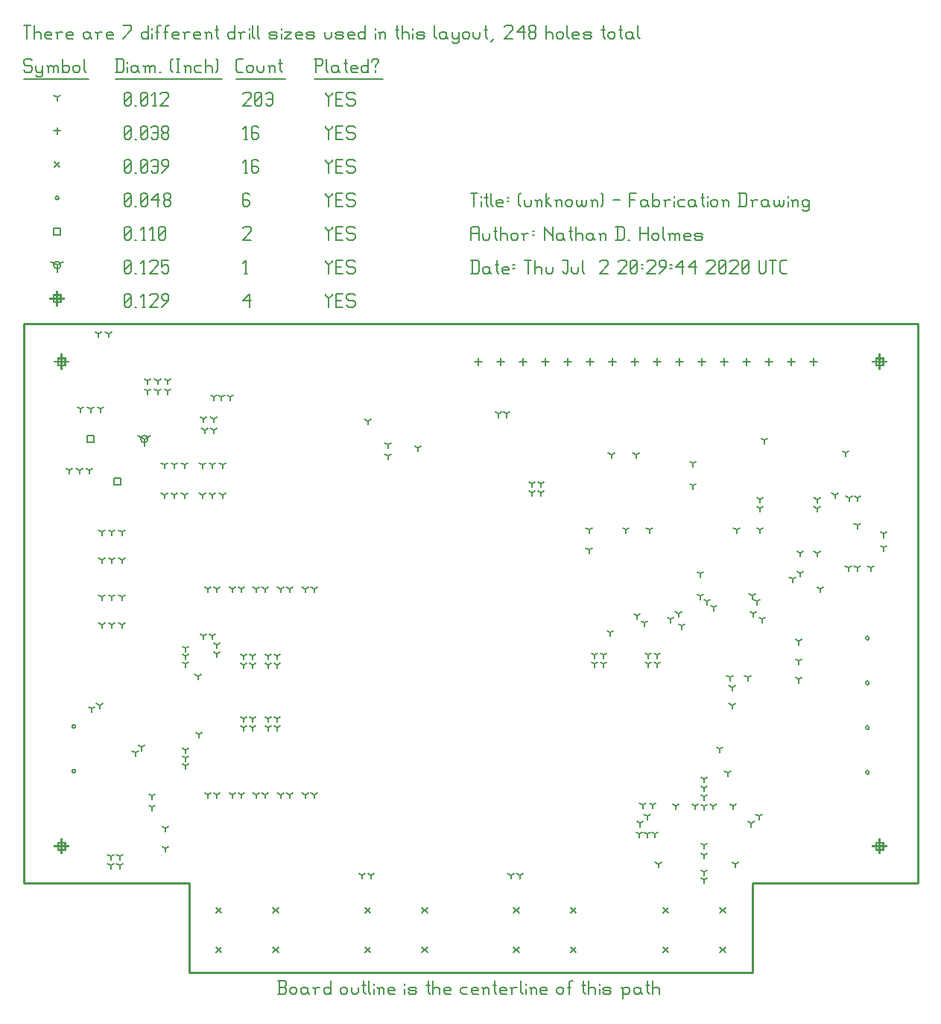
<source format=gbr>
G04 start of page 12 for group -3984 idx -3984 *
G04 Title: (unknown), fab *
G04 Creator: pcb 4.0.2 *
G04 CreationDate: Thu Jul  2 20:29:44 2020 UTC *
G04 For: ndholmes *
G04 Format: Gerber/RS-274X *
G04 PCB-Dimensions (mil): 4000.00 2900.00 *
G04 PCB-Coordinate-Origin: lower left *
%MOIN*%
%FSLAX25Y25*%
%LNFAB*%
%ADD78C,0.0100*%
%ADD77C,0.0060*%
%ADD76R,0.0080X0.0080*%
G54D76*X383000Y276200D02*Y269800D01*
X379800Y273000D02*X386200D01*
X381400Y274600D02*X384600D01*
X381400D02*Y271400D01*
X384600D01*
Y274600D02*Y271400D01*
X17000Y59700D02*Y53300D01*
X13800Y56500D02*X20200D01*
X15400Y58100D02*X18600D01*
X15400D02*Y54900D01*
X18600D01*
Y58100D02*Y54900D01*
X383000Y59700D02*Y53300D01*
X379800Y56500D02*X386200D01*
X381400Y58100D02*X384600D01*
X381400D02*Y54900D01*
X384600D01*
Y58100D02*Y54900D01*
X17000Y276200D02*Y269800D01*
X13800Y273000D02*X20200D01*
X15400Y274600D02*X18600D01*
X15400D02*Y271400D01*
X18600D01*
Y274600D02*Y271400D01*
X15000Y304450D02*Y298050D01*
X11800Y301250D02*X18200D01*
X13400Y302850D02*X16600D01*
X13400D02*Y299650D01*
X16600D01*
Y302850D02*Y299650D01*
G54D77*X135000Y303500D02*Y302750D01*
X136500Y301250D01*
X138000Y302750D01*
Y303500D02*Y302750D01*
X136500Y301250D02*Y297500D01*
X139800Y300500D02*X142050D01*
X139800Y297500D02*X142800D01*
X139800Y303500D02*Y297500D01*
Y303500D02*X142800D01*
X147600D02*X148350Y302750D01*
X145350Y303500D02*X147600D01*
X144600Y302750D02*X145350Y303500D01*
X144600Y302750D02*Y301250D01*
X145350Y300500D01*
X147600D01*
X148350Y299750D01*
Y298250D01*
X147600Y297500D02*X148350Y298250D01*
X145350Y297500D02*X147600D01*
X144600Y298250D02*X145350Y297500D01*
X98000Y300500D02*X101000Y303500D01*
X98000Y300500D02*X101750D01*
X101000Y303500D02*Y297500D01*
X45000Y298250D02*X45750Y297500D01*
X45000Y302750D02*Y298250D01*
Y302750D02*X45750Y303500D01*
X47250D01*
X48000Y302750D01*
Y298250D01*
X47250Y297500D02*X48000Y298250D01*
X45750Y297500D02*X47250D01*
X45000Y299000D02*X48000Y302000D01*
X49800Y297500D02*X50550D01*
X53100D02*X54600D01*
X53850Y303500D02*Y297500D01*
X52350Y302000D02*X53850Y303500D01*
X56400Y302750D02*X57150Y303500D01*
X59400D01*
X60150Y302750D01*
Y301250D01*
X56400Y297500D02*X60150Y301250D01*
X56400Y297500D02*X60150D01*
X61950D02*X64950Y300500D01*
Y302750D02*Y300500D01*
X64200Y303500D02*X64950Y302750D01*
X62700Y303500D02*X64200D01*
X61950Y302750D02*X62700Y303500D01*
X61950Y302750D02*Y301250D01*
X62700Y300500D01*
X64950D01*
X54000Y238500D02*Y235300D01*
Y238500D02*X56773Y240100D01*
X54000Y238500D02*X51227Y240100D01*
X52400Y238500D02*G75*G03X55600Y238500I1600J0D01*G01*
G75*G03X52400Y238500I-1600J0D01*G01*
X15000Y316250D02*Y313050D01*
Y316250D02*X17773Y317850D01*
X15000Y316250D02*X12227Y317850D01*
X13400Y316250D02*G75*G03X16600Y316250I1600J0D01*G01*
G75*G03X13400Y316250I-1600J0D01*G01*
X135000Y318500D02*Y317750D01*
X136500Y316250D01*
X138000Y317750D01*
Y318500D02*Y317750D01*
X136500Y316250D02*Y312500D01*
X139800Y315500D02*X142050D01*
X139800Y312500D02*X142800D01*
X139800Y318500D02*Y312500D01*
Y318500D02*X142800D01*
X147600D02*X148350Y317750D01*
X145350Y318500D02*X147600D01*
X144600Y317750D02*X145350Y318500D01*
X144600Y317750D02*Y316250D01*
X145350Y315500D01*
X147600D01*
X148350Y314750D01*
Y313250D01*
X147600Y312500D02*X148350Y313250D01*
X145350Y312500D02*X147600D01*
X144600Y313250D02*X145350Y312500D01*
X98750D02*X100250D01*
X99500Y318500D02*Y312500D01*
X98000Y317000D02*X99500Y318500D01*
X45000Y313250D02*X45750Y312500D01*
X45000Y317750D02*Y313250D01*
Y317750D02*X45750Y318500D01*
X47250D01*
X48000Y317750D01*
Y313250D01*
X47250Y312500D02*X48000Y313250D01*
X45750Y312500D02*X47250D01*
X45000Y314000D02*X48000Y317000D01*
X49800Y312500D02*X50550D01*
X53100D02*X54600D01*
X53850Y318500D02*Y312500D01*
X52350Y317000D02*X53850Y318500D01*
X56400Y317750D02*X57150Y318500D01*
X59400D01*
X60150Y317750D01*
Y316250D01*
X56400Y312500D02*X60150Y316250D01*
X56400Y312500D02*X60150D01*
X61950Y318500D02*X64950D01*
X61950D02*Y315500D01*
X62700Y316250D01*
X64200D01*
X64950Y315500D01*
Y313250D01*
X64200Y312500D02*X64950Y313250D01*
X62700Y312500D02*X64200D01*
X61950Y313250D02*X62700Y312500D01*
X28400Y240100D02*X31600D01*
X28400D02*Y236900D01*
X31600D01*
Y240100D02*Y236900D01*
X40400Y221100D02*X43600D01*
X40400D02*Y217900D01*
X43600D01*
Y221100D02*Y217900D01*
X13400Y332850D02*X16600D01*
X13400D02*Y329650D01*
X16600D01*
Y332850D02*Y329650D01*
X135000Y333500D02*Y332750D01*
X136500Y331250D01*
X138000Y332750D01*
Y333500D02*Y332750D01*
X136500Y331250D02*Y327500D01*
X139800Y330500D02*X142050D01*
X139800Y327500D02*X142800D01*
X139800Y333500D02*Y327500D01*
Y333500D02*X142800D01*
X147600D02*X148350Y332750D01*
X145350Y333500D02*X147600D01*
X144600Y332750D02*X145350Y333500D01*
X144600Y332750D02*Y331250D01*
X145350Y330500D01*
X147600D01*
X148350Y329750D01*
Y328250D01*
X147600Y327500D02*X148350Y328250D01*
X145350Y327500D02*X147600D01*
X144600Y328250D02*X145350Y327500D01*
X98000Y332750D02*X98750Y333500D01*
X101000D01*
X101750Y332750D01*
Y331250D01*
X98000Y327500D02*X101750Y331250D01*
X98000Y327500D02*X101750D01*
X45000Y328250D02*X45750Y327500D01*
X45000Y332750D02*Y328250D01*
Y332750D02*X45750Y333500D01*
X47250D01*
X48000Y332750D01*
Y328250D01*
X47250Y327500D02*X48000Y328250D01*
X45750Y327500D02*X47250D01*
X45000Y329000D02*X48000Y332000D01*
X49800Y327500D02*X50550D01*
X53100D02*X54600D01*
X53850Y333500D02*Y327500D01*
X52350Y332000D02*X53850Y333500D01*
X57150Y327500D02*X58650D01*
X57900Y333500D02*Y327500D01*
X56400Y332000D02*X57900Y333500D01*
X60450Y328250D02*X61200Y327500D01*
X60450Y332750D02*Y328250D01*
Y332750D02*X61200Y333500D01*
X62700D01*
X63450Y332750D01*
Y328250D01*
X62700Y327500D02*X63450Y328250D01*
X61200Y327500D02*X62700D01*
X60450Y329000D02*X63450Y332000D01*
X21700Y110000D02*G75*G03X23300Y110000I800J0D01*G01*
G75*G03X21700Y110000I-800J0D01*G01*
Y90000D02*G75*G03X23300Y90000I800J0D01*G01*
G75*G03X21700Y90000I-800J0D01*G01*
X376700Y129500D02*G75*G03X378300Y129500I800J0D01*G01*
G75*G03X376700Y129500I-800J0D01*G01*
Y149500D02*G75*G03X378300Y149500I800J0D01*G01*
G75*G03X376700Y149500I-800J0D01*G01*
Y89500D02*G75*G03X378300Y89500I800J0D01*G01*
G75*G03X376700Y89500I-800J0D01*G01*
Y109500D02*G75*G03X378300Y109500I800J0D01*G01*
G75*G03X376700Y109500I-800J0D01*G01*
X14200Y346250D02*G75*G03X15800Y346250I800J0D01*G01*
G75*G03X14200Y346250I-800J0D01*G01*
X135000Y348500D02*Y347750D01*
X136500Y346250D01*
X138000Y347750D01*
Y348500D02*Y347750D01*
X136500Y346250D02*Y342500D01*
X139800Y345500D02*X142050D01*
X139800Y342500D02*X142800D01*
X139800Y348500D02*Y342500D01*
Y348500D02*X142800D01*
X147600D02*X148350Y347750D01*
X145350Y348500D02*X147600D01*
X144600Y347750D02*X145350Y348500D01*
X144600Y347750D02*Y346250D01*
X145350Y345500D01*
X147600D01*
X148350Y344750D01*
Y343250D01*
X147600Y342500D02*X148350Y343250D01*
X145350Y342500D02*X147600D01*
X144600Y343250D02*X145350Y342500D01*
X100250Y348500D02*X101000Y347750D01*
X98750Y348500D02*X100250D01*
X98000Y347750D02*X98750Y348500D01*
X98000Y347750D02*Y343250D01*
X98750Y342500D01*
X100250Y345500D02*X101000Y344750D01*
X98000Y345500D02*X100250D01*
X98750Y342500D02*X100250D01*
X101000Y343250D01*
Y344750D02*Y343250D01*
X45000D02*X45750Y342500D01*
X45000Y347750D02*Y343250D01*
Y347750D02*X45750Y348500D01*
X47250D01*
X48000Y347750D01*
Y343250D01*
X47250Y342500D02*X48000Y343250D01*
X45750Y342500D02*X47250D01*
X45000Y344000D02*X48000Y347000D01*
X49800Y342500D02*X50550D01*
X52350Y343250D02*X53100Y342500D01*
X52350Y347750D02*Y343250D01*
Y347750D02*X53100Y348500D01*
X54600D01*
X55350Y347750D01*
Y343250D01*
X54600Y342500D02*X55350Y343250D01*
X53100Y342500D02*X54600D01*
X52350Y344000D02*X55350Y347000D01*
X57150Y345500D02*X60150Y348500D01*
X57150Y345500D02*X60900D01*
X60150Y348500D02*Y342500D01*
X62700Y343250D02*X63450Y342500D01*
X62700Y344750D02*Y343250D01*
Y344750D02*X63450Y345500D01*
X64950D01*
X65700Y344750D01*
Y343250D01*
X64950Y342500D02*X65700Y343250D01*
X63450Y342500D02*X64950D01*
X62700Y346250D02*X63450Y345500D01*
X62700Y347750D02*Y346250D01*
Y347750D02*X63450Y348500D01*
X64950D01*
X65700Y347750D01*
Y346250D01*
X64950Y345500D02*X65700Y346250D01*
X111595Y11342D02*X113995Y8942D01*
X111595D02*X113995Y11342D01*
X86005D02*X88405Y8942D01*
X86005D02*X88405Y11342D01*
X111595Y29058D02*X113995Y26658D01*
X111595D02*X113995Y29058D01*
X86005D02*X88405Y26658D01*
X86005D02*X88405Y29058D01*
X178295Y11342D02*X180695Y8942D01*
X178295D02*X180695Y11342D01*
X152705D02*X155105Y8942D01*
X152705D02*X155105Y11342D01*
X178295Y29058D02*X180695Y26658D01*
X178295D02*X180695Y29058D01*
X152705D02*X155105Y26658D01*
X152705D02*X155105Y29058D01*
X244895Y11342D02*X247295Y8942D01*
X244895D02*X247295Y11342D01*
X219305D02*X221705Y8942D01*
X219305D02*X221705Y11342D01*
X244895Y29058D02*X247295Y26658D01*
X244895D02*X247295Y29058D01*
X219305D02*X221705Y26658D01*
X219305D02*X221705Y29058D01*
X311595Y11342D02*X313995Y8942D01*
X311595D02*X313995Y11342D01*
X286005D02*X288405Y8942D01*
X286005D02*X288405Y11342D01*
X311595Y29058D02*X313995Y26658D01*
X311595D02*X313995Y29058D01*
X286005D02*X288405Y26658D01*
X286005D02*X288405Y29058D01*
X13800Y362450D02*X16200Y360050D01*
X13800D02*X16200Y362450D01*
X135000Y363500D02*Y362750D01*
X136500Y361250D01*
X138000Y362750D01*
Y363500D02*Y362750D01*
X136500Y361250D02*Y357500D01*
X139800Y360500D02*X142050D01*
X139800Y357500D02*X142800D01*
X139800Y363500D02*Y357500D01*
Y363500D02*X142800D01*
X147600D02*X148350Y362750D01*
X145350Y363500D02*X147600D01*
X144600Y362750D02*X145350Y363500D01*
X144600Y362750D02*Y361250D01*
X145350Y360500D01*
X147600D01*
X148350Y359750D01*
Y358250D01*
X147600Y357500D02*X148350Y358250D01*
X145350Y357500D02*X147600D01*
X144600Y358250D02*X145350Y357500D01*
X98750D02*X100250D01*
X99500Y363500D02*Y357500D01*
X98000Y362000D02*X99500Y363500D01*
X104300D02*X105050Y362750D01*
X102800Y363500D02*X104300D01*
X102050Y362750D02*X102800Y363500D01*
X102050Y362750D02*Y358250D01*
X102800Y357500D01*
X104300Y360500D02*X105050Y359750D01*
X102050Y360500D02*X104300D01*
X102800Y357500D02*X104300D01*
X105050Y358250D01*
Y359750D02*Y358250D01*
X45000D02*X45750Y357500D01*
X45000Y362750D02*Y358250D01*
Y362750D02*X45750Y363500D01*
X47250D01*
X48000Y362750D01*
Y358250D01*
X47250Y357500D02*X48000Y358250D01*
X45750Y357500D02*X47250D01*
X45000Y359000D02*X48000Y362000D01*
X49800Y357500D02*X50550D01*
X52350Y358250D02*X53100Y357500D01*
X52350Y362750D02*Y358250D01*
Y362750D02*X53100Y363500D01*
X54600D01*
X55350Y362750D01*
Y358250D01*
X54600Y357500D02*X55350Y358250D01*
X53100Y357500D02*X54600D01*
X52350Y359000D02*X55350Y362000D01*
X57150Y362750D02*X57900Y363500D01*
X59400D01*
X60150Y362750D01*
Y358250D01*
X59400Y357500D02*X60150Y358250D01*
X57900Y357500D02*X59400D01*
X57150Y358250D02*X57900Y357500D01*
Y360500D02*X60150D01*
X61950Y357500D02*X64950Y360500D01*
Y362750D02*Y360500D01*
X64200Y363500D02*X64950Y362750D01*
X62700Y363500D02*X64200D01*
X61950Y362750D02*X62700Y363500D01*
X61950Y362750D02*Y361250D01*
X62700Y360500D01*
X64950D01*
X353500Y274600D02*Y271400D01*
X351900Y273000D02*X355100D01*
X343500Y274600D02*Y271400D01*
X341900Y273000D02*X345100D01*
X333500Y274600D02*Y271400D01*
X331900Y273000D02*X335100D01*
X323500Y274600D02*Y271400D01*
X321900Y273000D02*X325100D01*
X313500Y274600D02*Y271400D01*
X311900Y273000D02*X315100D01*
X303500Y274600D02*Y271400D01*
X301900Y273000D02*X305100D01*
X293500Y274600D02*Y271400D01*
X291900Y273000D02*X295100D01*
X283500Y274600D02*Y271400D01*
X281900Y273000D02*X285100D01*
X273500Y274600D02*Y271400D01*
X271900Y273000D02*X275100D01*
X263500Y274600D02*Y271400D01*
X261900Y273000D02*X265100D01*
X253500Y274600D02*Y271400D01*
X251900Y273000D02*X255100D01*
X243500Y274600D02*Y271400D01*
X241900Y273000D02*X245100D01*
X233500Y274600D02*Y271400D01*
X231900Y273000D02*X235100D01*
X223500Y274600D02*Y271400D01*
X221900Y273000D02*X225100D01*
X213500Y274600D02*Y271400D01*
X211900Y273000D02*X215100D01*
X203500Y274600D02*Y271400D01*
X201900Y273000D02*X205100D01*
X15000Y377850D02*Y374650D01*
X13400Y376250D02*X16600D01*
X135000Y378500D02*Y377750D01*
X136500Y376250D01*
X138000Y377750D01*
Y378500D02*Y377750D01*
X136500Y376250D02*Y372500D01*
X139800Y375500D02*X142050D01*
X139800Y372500D02*X142800D01*
X139800Y378500D02*Y372500D01*
Y378500D02*X142800D01*
X147600D02*X148350Y377750D01*
X145350Y378500D02*X147600D01*
X144600Y377750D02*X145350Y378500D01*
X144600Y377750D02*Y376250D01*
X145350Y375500D01*
X147600D01*
X148350Y374750D01*
Y373250D01*
X147600Y372500D02*X148350Y373250D01*
X145350Y372500D02*X147600D01*
X144600Y373250D02*X145350Y372500D01*
X98750D02*X100250D01*
X99500Y378500D02*Y372500D01*
X98000Y377000D02*X99500Y378500D01*
X104300D02*X105050Y377750D01*
X102800Y378500D02*X104300D01*
X102050Y377750D02*X102800Y378500D01*
X102050Y377750D02*Y373250D01*
X102800Y372500D01*
X104300Y375500D02*X105050Y374750D01*
X102050Y375500D02*X104300D01*
X102800Y372500D02*X104300D01*
X105050Y373250D01*
Y374750D02*Y373250D01*
X45000D02*X45750Y372500D01*
X45000Y377750D02*Y373250D01*
Y377750D02*X45750Y378500D01*
X47250D01*
X48000Y377750D01*
Y373250D01*
X47250Y372500D02*X48000Y373250D01*
X45750Y372500D02*X47250D01*
X45000Y374000D02*X48000Y377000D01*
X49800Y372500D02*X50550D01*
X52350Y373250D02*X53100Y372500D01*
X52350Y377750D02*Y373250D01*
Y377750D02*X53100Y378500D01*
X54600D01*
X55350Y377750D01*
Y373250D01*
X54600Y372500D02*X55350Y373250D01*
X53100Y372500D02*X54600D01*
X52350Y374000D02*X55350Y377000D01*
X57150Y377750D02*X57900Y378500D01*
X59400D01*
X60150Y377750D01*
Y373250D01*
X59400Y372500D02*X60150Y373250D01*
X57900Y372500D02*X59400D01*
X57150Y373250D02*X57900Y372500D01*
Y375500D02*X60150D01*
X61950Y373250D02*X62700Y372500D01*
X61950Y374750D02*Y373250D01*
Y374750D02*X62700Y375500D01*
X64200D01*
X64950Y374750D01*
Y373250D01*
X64200Y372500D02*X64950Y373250D01*
X62700Y372500D02*X64200D01*
X61950Y376250D02*X62700Y375500D01*
X61950Y377750D02*Y376250D01*
Y377750D02*X62700Y378500D01*
X64200D01*
X64950Y377750D01*
Y376250D01*
X64200Y375500D02*X64950Y376250D01*
X212600Y249800D02*Y248200D01*
Y249800D02*X213987Y250600D01*
X212600Y249800D02*X211213Y250600D01*
X216200Y249800D02*Y248200D01*
Y249800D02*X217587Y250600D01*
X216200Y249800D02*X214813Y250600D01*
X85100Y257400D02*Y255800D01*
Y257400D02*X86487Y258200D01*
X85100Y257400D02*X83713Y258200D01*
X92400Y257400D02*Y255800D01*
Y257400D02*X93787Y258200D01*
X92400Y257400D02*X91013Y258200D01*
X88600Y257400D02*Y255800D01*
Y257400D02*X89987Y258200D01*
X88600Y257400D02*X87213Y258200D01*
X84500Y213500D02*Y211900D01*
Y213500D02*X85887Y214300D01*
X84500Y213500D02*X83113Y214300D01*
X80000Y213500D02*Y211900D01*
Y213500D02*X81387Y214300D01*
X80000Y213500D02*X78613Y214300D01*
X84500Y227000D02*Y225400D01*
Y227000D02*X85887Y227800D01*
X84500Y227000D02*X83113Y227800D01*
X89000Y227000D02*Y225400D01*
Y227000D02*X90387Y227800D01*
X89000Y227000D02*X87613Y227800D01*
X80000Y227000D02*Y225400D01*
Y227000D02*X81387Y227800D01*
X80000Y227000D02*X78613Y227800D01*
X85000Y247500D02*Y245900D01*
Y247500D02*X86387Y248300D01*
X85000Y247500D02*X83613Y248300D01*
X80500Y247500D02*Y245900D01*
Y247500D02*X81887Y248300D01*
X80500Y247500D02*X79113Y248300D01*
X81000Y242500D02*Y240900D01*
Y242500D02*X82387Y243300D01*
X81000Y242500D02*X79613Y243300D01*
X85000Y242500D02*Y240900D01*
Y242500D02*X86387Y243300D01*
X85000Y242500D02*X83613Y243300D01*
X163000Y236000D02*Y234400D01*
Y236000D02*X164387Y236800D01*
X163000Y236000D02*X161613Y236800D01*
X163000Y231000D02*Y229400D01*
Y231000D02*X164387Y231800D01*
X163000Y231000D02*X161613Y231800D01*
X367700Y232300D02*Y230700D01*
Y232300D02*X369087Y233100D01*
X367700Y232300D02*X366313Y233100D01*
X102500Y137500D02*Y135900D01*
Y137500D02*X103887Y138300D01*
X102500Y137500D02*X101113Y138300D01*
X109500Y137500D02*Y135900D01*
Y137500D02*X110887Y138300D01*
X109500Y137500D02*X108113Y138300D01*
X98500Y137500D02*Y135900D01*
Y137500D02*X99887Y138300D01*
X98500Y137500D02*X97113Y138300D01*
X113500Y137500D02*Y135900D01*
Y137500D02*X114887Y138300D01*
X113500Y137500D02*X112113Y138300D01*
X102500Y113500D02*Y111900D01*
Y113500D02*X103887Y114300D01*
X102500Y113500D02*X101113Y114300D01*
X109500Y113500D02*Y111900D01*
Y113500D02*X110887Y114300D01*
X109500Y113500D02*X108113Y114300D01*
X98500Y113500D02*Y111900D01*
Y113500D02*X99887Y114300D01*
X98500Y113500D02*X97113Y114300D01*
X113500Y113500D02*Y111900D01*
Y113500D02*X114887Y114300D01*
X113500Y113500D02*X112113Y114300D01*
X102500Y109500D02*Y107900D01*
Y109500D02*X103887Y110300D01*
X102500Y109500D02*X101113Y110300D01*
X109500Y109500D02*Y107900D01*
Y109500D02*X110887Y110300D01*
X109500Y109500D02*X108113Y110300D01*
X98500Y109500D02*Y107900D01*
Y109500D02*X99887Y110300D01*
X98500Y109500D02*X97113Y110300D01*
X113500Y109500D02*Y107900D01*
Y109500D02*X114887Y110300D01*
X113500Y109500D02*X112113Y110300D01*
X102500Y141500D02*Y139900D01*
Y141500D02*X103887Y142300D01*
X102500Y141500D02*X101113Y142300D01*
X109500Y141500D02*Y139900D01*
Y141500D02*X110887Y142300D01*
X109500Y141500D02*X108113Y142300D01*
X98500Y141500D02*Y139900D01*
Y141500D02*X99887Y142300D01*
X98500Y141500D02*X97113Y142300D01*
X113500Y141500D02*Y139900D01*
Y141500D02*X114887Y142300D01*
X113500Y141500D02*X112113Y142300D01*
X86500Y79500D02*Y77900D01*
Y79500D02*X87887Y80300D01*
X86500Y79500D02*X85113Y80300D01*
X93500Y79500D02*Y77900D01*
Y79500D02*X94887Y80300D01*
X93500Y79500D02*X92113Y80300D01*
X82500Y79500D02*Y77900D01*
Y79500D02*X83887Y80300D01*
X82500Y79500D02*X81113Y80300D01*
X97500Y79500D02*Y77900D01*
Y79500D02*X98887Y80300D01*
X97500Y79500D02*X96113Y80300D01*
X108000Y79500D02*Y77900D01*
Y79500D02*X109387Y80300D01*
X108000Y79500D02*X106613Y80300D01*
X115000Y79500D02*Y77900D01*
Y79500D02*X116387Y80300D01*
X115000Y79500D02*X113613Y80300D01*
X104000Y79500D02*Y77900D01*
Y79500D02*X105387Y80300D01*
X104000Y79500D02*X102613Y80300D01*
X119000Y79500D02*Y77900D01*
Y79500D02*X120387Y80300D01*
X119000Y79500D02*X117613Y80300D01*
X126000Y79500D02*Y77900D01*
Y79500D02*X127387Y80300D01*
X126000Y79500D02*X124613Y80300D01*
X130000Y79500D02*Y77900D01*
Y79500D02*X131387Y80300D01*
X130000Y79500D02*X128613Y80300D01*
X60000Y264500D02*Y262900D01*
Y264500D02*X61387Y265300D01*
X60000Y264500D02*X58613Y265300D01*
X64500Y264500D02*Y262900D01*
Y264500D02*X65887Y265300D01*
X64500Y264500D02*X63113Y265300D01*
X55500Y264500D02*Y262900D01*
Y264500D02*X56887Y265300D01*
X55500Y264500D02*X54113Y265300D01*
X67500Y227000D02*Y225400D01*
Y227000D02*X68887Y227800D01*
X67500Y227000D02*X66113Y227800D01*
X72000Y227000D02*Y225400D01*
Y227000D02*X73387Y227800D01*
X72000Y227000D02*X70613Y227800D01*
X63000Y227000D02*Y225400D01*
Y227000D02*X64387Y227800D01*
X63000Y227000D02*X61613Y227800D01*
X67500Y213500D02*Y211900D01*
Y213500D02*X68887Y214300D01*
X67500Y213500D02*X66113Y214300D01*
X72000Y213500D02*Y211900D01*
Y213500D02*X73387Y214300D01*
X72000Y213500D02*X70613Y214300D01*
X63000Y213500D02*Y211900D01*
Y213500D02*X64387Y214300D01*
X63000Y213500D02*X61613Y214300D01*
X39500Y184500D02*Y182900D01*
Y184500D02*X40887Y185300D01*
X39500Y184500D02*X38113Y185300D01*
X44000Y184500D02*Y182900D01*
Y184500D02*X45387Y185300D01*
X44000Y184500D02*X42613Y185300D01*
X35000Y184500D02*Y182900D01*
Y184500D02*X36387Y185300D01*
X35000Y184500D02*X33613Y185300D01*
X39500Y155500D02*Y153900D01*
Y155500D02*X40887Y156300D01*
X39500Y155500D02*X38113Y156300D01*
X44000Y155500D02*Y153900D01*
Y155500D02*X45387Y156300D01*
X44000Y155500D02*X42613Y156300D01*
X35000Y155500D02*Y153900D01*
Y155500D02*X36387Y156300D01*
X35000Y155500D02*X33613Y156300D01*
X39500Y168000D02*Y166400D01*
Y168000D02*X40887Y168800D01*
X39500Y168000D02*X38113Y168800D01*
X44000Y168000D02*Y166400D01*
Y168000D02*X45387Y168800D01*
X44000Y168000D02*X42613Y168800D01*
X35000Y168000D02*Y166400D01*
Y168000D02*X36387Y168800D01*
X35000Y168000D02*X33613Y168800D01*
X39500Y197000D02*Y195400D01*
Y197000D02*X40887Y197800D01*
X39500Y197000D02*X38113Y197800D01*
X44000Y197000D02*Y195400D01*
Y197000D02*X45387Y197800D01*
X44000Y197000D02*X42613Y197800D01*
X35000Y197000D02*Y195400D01*
Y197000D02*X36387Y197800D01*
X35000Y197000D02*X33613Y197800D01*
X60000Y260000D02*Y258400D01*
Y260000D02*X61387Y260800D01*
X60000Y260000D02*X58613Y260800D01*
X64500Y260000D02*Y258400D01*
Y260000D02*X65887Y260800D01*
X64500Y260000D02*X63113Y260800D01*
X55500Y260000D02*Y258400D01*
Y260000D02*X56887Y260800D01*
X55500Y260000D02*X54113Y260800D01*
X86500Y171500D02*Y169900D01*
Y171500D02*X87887Y172300D01*
X86500Y171500D02*X85113Y172300D01*
X93500Y171500D02*Y169900D01*
Y171500D02*X94887Y172300D01*
X93500Y171500D02*X92113Y172300D01*
X82500Y171500D02*Y169900D01*
Y171500D02*X83887Y172300D01*
X82500Y171500D02*X81113Y172300D01*
X97500Y171500D02*Y169900D01*
Y171500D02*X98887Y172300D01*
X97500Y171500D02*X96113Y172300D01*
X108000Y171500D02*Y169900D01*
Y171500D02*X109387Y172300D01*
X108000Y171500D02*X106613Y172300D01*
X115000Y171500D02*Y169900D01*
Y171500D02*X116387Y172300D01*
X115000Y171500D02*X113613Y172300D01*
X104000Y171500D02*Y169900D01*
Y171500D02*X105387Y172300D01*
X104000Y171500D02*X102613Y172300D01*
X119000Y171500D02*Y169900D01*
Y171500D02*X120387Y172300D01*
X119000Y171500D02*X117613Y172300D01*
X126000Y171500D02*Y169900D01*
Y171500D02*X127387Y172300D01*
X126000Y171500D02*X124613Y172300D01*
X130000Y171500D02*Y169900D01*
Y171500D02*X131387Y172300D01*
X130000Y171500D02*X128613Y172300D01*
X57500Y74000D02*Y72400D01*
Y74000D02*X58887Y74800D01*
X57500Y74000D02*X56113Y74800D01*
X89000Y213500D02*Y211900D01*
Y213500D02*X90387Y214300D01*
X89000Y213500D02*X87613Y214300D01*
X57500Y79000D02*Y77400D01*
Y79000D02*X58887Y79800D01*
X57500Y79000D02*X56113Y79800D01*
X30000Y252000D02*Y250400D01*
Y252000D02*X31387Y252800D01*
X30000Y252000D02*X28613Y252800D01*
X34500Y252000D02*Y250400D01*
Y252000D02*X35887Y252800D01*
X34500Y252000D02*X33113Y252800D01*
X25500Y252000D02*Y250400D01*
Y252000D02*X26887Y252800D01*
X25500Y252000D02*X24113Y252800D01*
X25000Y224500D02*Y222900D01*
Y224500D02*X26387Y225300D01*
X25000Y224500D02*X23613Y225300D01*
X29500Y224500D02*Y222900D01*
Y224500D02*X30887Y225300D01*
X29500Y224500D02*X28113Y225300D01*
X20500Y224500D02*Y222900D01*
Y224500D02*X21887Y225300D01*
X20500Y224500D02*X19113Y225300D01*
X38000Y285500D02*Y283900D01*
Y285500D02*X39387Y286300D01*
X38000Y285500D02*X36613Y286300D01*
X33500Y285500D02*Y283900D01*
Y285500D02*X34887Y286300D01*
X33500Y285500D02*X32113Y286300D01*
X72500Y138000D02*Y136400D01*
Y138000D02*X73887Y138800D01*
X72500Y138000D02*X71113Y138800D01*
X72500Y141500D02*Y139900D01*
Y141500D02*X73887Y142300D01*
X72500Y141500D02*X71113Y142300D01*
X72500Y145000D02*Y143400D01*
Y145000D02*X73887Y145800D01*
X72500Y145000D02*X71113Y145800D01*
X72500Y99500D02*Y97900D01*
Y99500D02*X73887Y100300D01*
X72500Y99500D02*X71113Y100300D01*
X72500Y96000D02*Y94400D01*
Y96000D02*X73887Y96800D01*
X72500Y96000D02*X71113Y96800D01*
X72500Y92500D02*Y90900D01*
Y92500D02*X73887Y93300D01*
X72500Y92500D02*X71113Y93300D01*
X84500Y150500D02*Y148900D01*
Y150500D02*X85887Y151300D01*
X84500Y150500D02*X83113Y151300D01*
X80500Y150500D02*Y148900D01*
Y150500D02*X81887Y151300D01*
X80500Y150500D02*X79113Y151300D01*
X86500Y142500D02*Y140900D01*
Y142500D02*X87887Y143300D01*
X86500Y142500D02*X85113Y143300D01*
X86500Y146500D02*Y144900D01*
Y146500D02*X87887Y147300D01*
X86500Y146500D02*X85113Y147300D01*
X346800Y139300D02*Y137700D01*
Y139300D02*X348187Y140100D01*
X346800Y139300D02*X345413Y140100D01*
X346800Y131100D02*Y129500D01*
Y131100D02*X348187Y131900D01*
X346800Y131100D02*X345413Y131900D01*
X346800Y148100D02*Y146500D01*
Y148100D02*X348187Y148900D01*
X346800Y148100D02*X345413Y148900D01*
X302700Y168300D02*Y166700D01*
Y168300D02*X304087Y169100D01*
X302700Y168300D02*X301313Y169100D01*
X329400Y198000D02*Y196400D01*
Y198000D02*X330787Y198800D01*
X329400Y198000D02*X328013Y198800D01*
X299500Y227700D02*Y226100D01*
Y227700D02*X300887Y228500D01*
X299500Y227700D02*X298113Y228500D01*
X280000Y198000D02*Y196400D01*
Y198000D02*X281387Y198800D01*
X280000Y198000D02*X278613Y198800D01*
X269500Y198000D02*Y196400D01*
Y198000D02*X270887Y198800D01*
X269500Y198000D02*X268113Y198800D01*
X302700Y178400D02*Y176800D01*
Y178400D02*X304087Y179200D01*
X302700Y178400D02*X301313Y179200D01*
X299500Y217600D02*Y216000D01*
Y217600D02*X300887Y218400D01*
X299500Y217600D02*X298113Y218400D01*
X319000Y198000D02*Y196400D01*
Y198000D02*X320387Y198800D01*
X319000Y198000D02*X317613Y198800D01*
X253000Y198000D02*Y196400D01*
Y198000D02*X254387Y198800D01*
X253000Y198000D02*X251613Y198800D01*
X253000Y189000D02*Y187400D01*
Y189000D02*X254387Y189800D01*
X253000Y189000D02*X251613Y189800D01*
X263000Y231500D02*Y229900D01*
Y231500D02*X264387Y232300D01*
X263000Y231500D02*X261613Y232300D01*
X274000Y231500D02*Y229900D01*
Y231500D02*X275387Y232300D01*
X274000Y231500D02*X272613Y232300D01*
X154000Y246500D02*Y244900D01*
Y246500D02*X155387Y247300D01*
X154000Y246500D02*X152613Y247300D01*
X176500Y234500D02*Y232900D01*
Y234500D02*X177887Y235300D01*
X176500Y234500D02*X175113Y235300D01*
X317000Y119500D02*Y117900D01*
Y119500D02*X318387Y120300D01*
X317000Y119500D02*X315613Y120300D01*
X317000Y127500D02*Y125900D01*
Y127500D02*X318387Y128300D01*
X317000Y127500D02*X315613Y128300D01*
X316000Y132000D02*Y130400D01*
Y132000D02*X317387Y132800D01*
X316000Y132000D02*X314613Y132800D01*
X324000Y132000D02*Y130400D01*
Y132000D02*X325387Y132800D01*
X324000Y132000D02*X322613Y132800D01*
X305800Y166000D02*Y164400D01*
Y166000D02*X307187Y166800D01*
X305800Y166000D02*X304413Y166800D01*
X308900Y163300D02*Y161700D01*
Y163300D02*X310287Y164100D01*
X308900Y163300D02*X307513Y164100D01*
X304500Y82500D02*Y80900D01*
Y82500D02*X305887Y83300D01*
X304500Y82500D02*X303113Y83300D01*
X304500Y78700D02*Y77100D01*
Y78700D02*X305887Y79500D01*
X304500Y78700D02*X303113Y79500D01*
X304500Y86500D02*Y84900D01*
Y86500D02*X305887Y87300D01*
X304500Y86500D02*X303113Y87300D01*
X308600Y74500D02*Y72900D01*
Y74500D02*X309987Y75300D01*
X308600Y74500D02*X307213Y75300D01*
X300400Y74500D02*Y72900D01*
Y74500D02*X301787Y75300D01*
X300400Y74500D02*X299013Y75300D01*
X291700Y74500D02*Y72900D01*
Y74500D02*X293087Y75300D01*
X291700Y74500D02*X290313Y75300D01*
X317500Y74500D02*Y72900D01*
Y74500D02*X318887Y75300D01*
X317500Y74500D02*X316113Y75300D01*
X315000Y89400D02*Y87800D01*
Y89400D02*X316387Y90200D01*
X315000Y89400D02*X313613Y90200D01*
X311500Y100000D02*Y98400D01*
Y100000D02*X312887Y100800D01*
X311500Y100000D02*X310113Y100800D01*
X284000Y48500D02*Y46900D01*
Y48500D02*X285387Y49300D01*
X284000Y48500D02*X282613Y49300D01*
X318500Y48500D02*Y46900D01*
Y48500D02*X319887Y49300D01*
X318500Y48500D02*X317113Y49300D01*
X304500Y74400D02*Y72800D01*
Y74400D02*X305887Y75200D01*
X304500Y74400D02*X303113Y75200D01*
X274500Y159500D02*Y157900D01*
Y159500D02*X275887Y160300D01*
X274500Y159500D02*X273113Y160300D01*
X277800Y156300D02*Y154700D01*
Y156300D02*X279187Y157100D01*
X277800Y156300D02*X276413Y157100D01*
X282500Y62000D02*Y60400D01*
Y62000D02*X283887Y62800D01*
X282500Y62000D02*X281113Y62800D01*
X279000Y62000D02*Y60400D01*
Y62000D02*X280387Y62800D01*
X279000Y62000D02*X277613Y62800D01*
X275500Y62000D02*Y60400D01*
Y62000D02*X276887Y62800D01*
X275500Y62000D02*X274113Y62800D01*
X262500Y152000D02*Y150400D01*
Y152000D02*X263887Y152800D01*
X262500Y152000D02*X261113Y152800D01*
X294500Y155000D02*Y153400D01*
Y155000D02*X295887Y155800D01*
X294500Y155000D02*X293113Y155800D01*
X355000Y207500D02*Y205900D01*
Y207500D02*X356387Y208300D01*
X355000Y207500D02*X353613Y208300D01*
X369306Y212194D02*Y210594D01*
Y212194D02*X370692Y212994D01*
X369306Y212194D02*X367919Y212994D01*
X373100Y212200D02*Y210600D01*
Y212200D02*X374487Y213000D01*
X373100Y212200D02*X371713Y213000D01*
X279500Y142000D02*Y140400D01*
Y142000D02*X280887Y142800D01*
X279500Y142000D02*X278113Y142800D01*
X283500Y142000D02*Y140400D01*
Y142000D02*X284887Y142800D01*
X283500Y142000D02*X282113Y142800D01*
X279500Y138000D02*Y136400D01*
Y138000D02*X280887Y138800D01*
X279500Y138000D02*X278113Y138800D01*
X283500Y138000D02*Y136400D01*
Y138000D02*X284887Y138800D01*
X283500Y138000D02*X282113Y138800D01*
X255500Y142000D02*Y140400D01*
Y142000D02*X256887Y142800D01*
X255500Y142000D02*X254113Y142800D01*
X259500Y142000D02*Y140400D01*
Y142000D02*X260887Y142800D01*
X259500Y142000D02*X258113Y142800D01*
X255500Y138000D02*Y136400D01*
Y138000D02*X256887Y138800D01*
X255500Y138000D02*X254113Y138800D01*
X259500Y138000D02*Y136400D01*
Y138000D02*X260887Y138800D01*
X259500Y138000D02*X258113Y138800D01*
X277000Y75000D02*Y73400D01*
Y75000D02*X278387Y75800D01*
X277000Y75000D02*X275613Y75800D01*
X227500Y218500D02*Y216900D01*
Y218500D02*X228887Y219300D01*
X227500Y218500D02*X226113Y219300D01*
X231500Y218500D02*Y216900D01*
Y218500D02*X232887Y219300D01*
X231500Y218500D02*X230113Y219300D01*
X227500Y214500D02*Y212900D01*
Y214500D02*X228887Y215300D01*
X227500Y214500D02*X226113Y215300D01*
X231500Y214500D02*Y212900D01*
Y214500D02*X232887Y215300D01*
X231500Y214500D02*X230113Y215300D01*
X39000Y52000D02*Y50400D01*
Y52000D02*X40387Y52800D01*
X39000Y52000D02*X37613Y52800D01*
X43000Y52000D02*Y50400D01*
Y52000D02*X44387Y52800D01*
X43000Y52000D02*X41613Y52800D01*
X39000Y48000D02*Y46400D01*
Y48000D02*X40387Y48800D01*
X39000Y48000D02*X37613Y48800D01*
X43000Y48000D02*Y46400D01*
Y48000D02*X44387Y48800D01*
X43000Y48000D02*X41613Y48800D01*
X218000Y43500D02*Y41900D01*
Y43500D02*X219387Y44300D01*
X218000Y43500D02*X216613Y44300D01*
X222000Y43500D02*Y41900D01*
Y43500D02*X223387Y44300D01*
X222000Y43500D02*X220613Y44300D01*
X151500Y43500D02*Y41900D01*
Y43500D02*X152887Y44300D01*
X151500Y43500D02*X150113Y44300D01*
X155500Y43500D02*Y41900D01*
Y43500D02*X156887Y44300D01*
X155500Y43500D02*X154113Y44300D01*
X30500Y118000D02*Y116400D01*
Y118000D02*X31887Y118800D01*
X30500Y118000D02*X29113Y118800D01*
X34000Y119500D02*Y117900D01*
Y119500D02*X35387Y120300D01*
X34000Y119500D02*X32613Y120300D01*
X50000Y98400D02*Y96800D01*
Y98400D02*X51387Y99200D01*
X50000Y98400D02*X48613Y99200D01*
X52700Y100800D02*Y99200D01*
Y100800D02*X54087Y101600D01*
X52700Y100800D02*X51313Y101600D01*
X329500Y207500D02*Y205900D01*
Y207500D02*X330887Y208300D01*
X329500Y207500D02*X328113Y208300D01*
X63500Y64500D02*Y62900D01*
Y64500D02*X64887Y65300D01*
X63500Y64500D02*X62113Y65300D01*
X63500Y55500D02*Y53900D01*
Y55500D02*X64887Y56300D01*
X63500Y55500D02*X62113Y56300D01*
X289500Y158000D02*Y156400D01*
Y158000D02*X290887Y158800D01*
X289500Y158000D02*X288113Y158800D01*
X293000Y160500D02*Y158900D01*
Y160500D02*X294387Y161300D01*
X293000Y160500D02*X291613Y161300D01*
X329000Y70000D02*Y68400D01*
Y70000D02*X330387Y70800D01*
X329000Y70000D02*X327613Y70800D01*
X325600Y66800D02*Y65200D01*
Y66800D02*X326987Y67600D01*
X325600Y66800D02*X324213Y67600D01*
X275700Y66800D02*Y65200D01*
Y66800D02*X277087Y67600D01*
X275700Y66800D02*X274313Y67600D01*
X279000Y70000D02*Y68400D01*
Y70000D02*X280387Y70800D01*
X279000Y70000D02*X277613Y70800D01*
X281500Y75000D02*Y73400D01*
Y75000D02*X282887Y75800D01*
X281500Y75000D02*X280113Y75800D01*
X78500Y106500D02*Y104900D01*
Y106500D02*X79887Y107300D01*
X78500Y106500D02*X77113Y107300D01*
X78000Y132500D02*Y130900D01*
Y132500D02*X79387Y133300D01*
X78000Y132500D02*X76613Y133300D01*
X329500Y211500D02*Y209900D01*
Y211500D02*X330887Y212300D01*
X329500Y211500D02*X328113Y212300D01*
X355000Y211500D02*Y209900D01*
Y211500D02*X356387Y212300D01*
X355000Y211500D02*X353613Y212300D01*
X384700Y196100D02*Y194500D01*
Y196100D02*X386087Y196900D01*
X384700Y196100D02*X383313Y196900D01*
X384700Y189900D02*Y188300D01*
Y189900D02*X386087Y190700D01*
X384700Y189900D02*X383313Y190700D01*
X363000Y213500D02*Y211900D01*
Y213500D02*X364387Y214300D01*
X363000Y213500D02*X361613Y214300D01*
X356500Y171500D02*Y169900D01*
Y171500D02*X357887Y172300D01*
X356500Y171500D02*X355113Y172300D01*
X330500Y158000D02*Y156400D01*
Y158000D02*X331887Y158800D01*
X330500Y158000D02*X329113Y158800D01*
X326500Y160500D02*Y158900D01*
Y160500D02*X327887Y161300D01*
X326500Y160500D02*X325113Y161300D01*
X347500Y178500D02*Y176900D01*
Y178500D02*X348887Y179300D01*
X347500Y178500D02*X346113Y179300D01*
X369000Y181000D02*Y179400D01*
Y181000D02*X370387Y181800D01*
X369000Y181000D02*X367613Y181800D01*
X379000Y181000D02*Y179400D01*
Y181000D02*X380387Y181800D01*
X379000Y181000D02*X377613Y181800D01*
X344000Y176000D02*Y174400D01*
Y176000D02*X345387Y176800D01*
X344000Y176000D02*X342613Y176800D01*
X373000Y181000D02*Y179400D01*
Y181000D02*X374387Y181800D01*
X373000Y181000D02*X371613Y181800D01*
X373000Y200000D02*Y198400D01*
Y200000D02*X374387Y200800D01*
X373000Y200000D02*X371613Y200800D01*
X328000Y166000D02*Y164400D01*
Y166000D02*X329387Y166800D01*
X328000Y166000D02*X326613Y166800D01*
X326000Y168500D02*Y166900D01*
Y168500D02*X327387Y169300D01*
X326000Y168500D02*X324613Y169300D01*
X304500Y41500D02*Y39900D01*
Y41500D02*X305887Y42300D01*
X304500Y41500D02*X303113Y42300D01*
X304500Y45000D02*Y43400D01*
Y45000D02*X305887Y45800D01*
X304500Y45000D02*X303113Y45800D01*
X304500Y52500D02*Y50900D01*
Y52500D02*X305887Y53300D01*
X304500Y52500D02*X303113Y53300D01*
X304500Y57000D02*Y55400D01*
Y57000D02*X305887Y57800D01*
X304500Y57000D02*X303113Y57800D01*
X355000Y187500D02*Y185900D01*
Y187500D02*X356387Y188300D01*
X355000Y187500D02*X353613Y188300D01*
X347500Y187500D02*Y185900D01*
Y187500D02*X348887Y188300D01*
X347500Y187500D02*X346113Y188300D01*
X331500Y238000D02*Y236400D01*
Y238000D02*X332887Y238800D01*
X331500Y238000D02*X330113Y238800D01*
X15000Y391250D02*Y389650D01*
Y391250D02*X16387Y392050D01*
X15000Y391250D02*X13613Y392050D01*
X135000Y393500D02*Y392750D01*
X136500Y391250D01*
X138000Y392750D01*
Y393500D02*Y392750D01*
X136500Y391250D02*Y387500D01*
X139800Y390500D02*X142050D01*
X139800Y387500D02*X142800D01*
X139800Y393500D02*Y387500D01*
Y393500D02*X142800D01*
X147600D02*X148350Y392750D01*
X145350Y393500D02*X147600D01*
X144600Y392750D02*X145350Y393500D01*
X144600Y392750D02*Y391250D01*
X145350Y390500D01*
X147600D01*
X148350Y389750D01*
Y388250D01*
X147600Y387500D02*X148350Y388250D01*
X145350Y387500D02*X147600D01*
X144600Y388250D02*X145350Y387500D01*
X98000Y392750D02*X98750Y393500D01*
X101000D01*
X101750Y392750D01*
Y391250D01*
X98000Y387500D02*X101750Y391250D01*
X98000Y387500D02*X101750D01*
X103550Y388250D02*X104300Y387500D01*
X103550Y392750D02*Y388250D01*
Y392750D02*X104300Y393500D01*
X105800D01*
X106550Y392750D01*
Y388250D01*
X105800Y387500D02*X106550Y388250D01*
X104300Y387500D02*X105800D01*
X103550Y389000D02*X106550Y392000D01*
X108350Y392750D02*X109100Y393500D01*
X110600D01*
X111350Y392750D01*
Y388250D01*
X110600Y387500D02*X111350Y388250D01*
X109100Y387500D02*X110600D01*
X108350Y388250D02*X109100Y387500D01*
Y390500D02*X111350D01*
X45000Y388250D02*X45750Y387500D01*
X45000Y392750D02*Y388250D01*
Y392750D02*X45750Y393500D01*
X47250D01*
X48000Y392750D01*
Y388250D01*
X47250Y387500D02*X48000Y388250D01*
X45750Y387500D02*X47250D01*
X45000Y389000D02*X48000Y392000D01*
X49800Y387500D02*X50550D01*
X52350Y388250D02*X53100Y387500D01*
X52350Y392750D02*Y388250D01*
Y392750D02*X53100Y393500D01*
X54600D01*
X55350Y392750D01*
Y388250D01*
X54600Y387500D02*X55350Y388250D01*
X53100Y387500D02*X54600D01*
X52350Y389000D02*X55350Y392000D01*
X57900Y387500D02*X59400D01*
X58650Y393500D02*Y387500D01*
X57150Y392000D02*X58650Y393500D01*
X61200Y392750D02*X61950Y393500D01*
X64200D01*
X64950Y392750D01*
Y391250D01*
X61200Y387500D02*X64950Y391250D01*
X61200Y387500D02*X64950D01*
X3000Y408500D02*X3750Y407750D01*
X750Y408500D02*X3000D01*
X0Y407750D02*X750Y408500D01*
X0Y407750D02*Y406250D01*
X750Y405500D01*
X3000D01*
X3750Y404750D01*
Y403250D01*
X3000Y402500D02*X3750Y403250D01*
X750Y402500D02*X3000D01*
X0Y403250D02*X750Y402500D01*
X5550Y405500D02*Y403250D01*
X6300Y402500D01*
X8550Y405500D02*Y401000D01*
X7800Y400250D02*X8550Y401000D01*
X6300Y400250D02*X7800D01*
X5550Y401000D02*X6300Y400250D01*
Y402500D02*X7800D01*
X8550Y403250D01*
X11100Y404750D02*Y402500D01*
Y404750D02*X11850Y405500D01*
X12600D01*
X13350Y404750D01*
Y402500D01*
Y404750D02*X14100Y405500D01*
X14850D01*
X15600Y404750D01*
Y402500D01*
X10350Y405500D02*X11100Y404750D01*
X17400Y408500D02*Y402500D01*
Y403250D02*X18150Y402500D01*
X19650D01*
X20400Y403250D01*
Y404750D02*Y403250D01*
X19650Y405500D02*X20400Y404750D01*
X18150Y405500D02*X19650D01*
X17400Y404750D02*X18150Y405500D01*
X22200Y404750D02*Y403250D01*
Y404750D02*X22950Y405500D01*
X24450D01*
X25200Y404750D01*
Y403250D01*
X24450Y402500D02*X25200Y403250D01*
X22950Y402500D02*X24450D01*
X22200Y403250D02*X22950Y402500D01*
X27000Y408500D02*Y403250D01*
X27750Y402500D01*
X0Y399250D02*X29250D01*
X41750Y408500D02*Y402500D01*
X44000Y408500D02*X44750Y407750D01*
Y403250D01*
X44000Y402500D02*X44750Y403250D01*
X41000Y402500D02*X44000D01*
X41000Y408500D02*X44000D01*
X46550Y407000D02*Y406250D01*
Y404750D02*Y402500D01*
X50300Y405500D02*X51050Y404750D01*
X48800Y405500D02*X50300D01*
X48050Y404750D02*X48800Y405500D01*
X48050Y404750D02*Y403250D01*
X48800Y402500D01*
X51050Y405500D02*Y403250D01*
X51800Y402500D01*
X48800D02*X50300D01*
X51050Y403250D01*
X54350Y404750D02*Y402500D01*
Y404750D02*X55100Y405500D01*
X55850D01*
X56600Y404750D01*
Y402500D01*
Y404750D02*X57350Y405500D01*
X58100D01*
X58850Y404750D01*
Y402500D01*
X53600Y405500D02*X54350Y404750D01*
X60650Y402500D02*X61400D01*
X65900Y403250D02*X66650Y402500D01*
X65900Y407750D02*X66650Y408500D01*
X65900Y407750D02*Y403250D01*
X68450Y408500D02*X69950D01*
X69200D02*Y402500D01*
X68450D02*X69950D01*
X72500Y404750D02*Y402500D01*
Y404750D02*X73250Y405500D01*
X74000D01*
X74750Y404750D01*
Y402500D01*
X71750Y405500D02*X72500Y404750D01*
X77300Y405500D02*X79550D01*
X76550Y404750D02*X77300Y405500D01*
X76550Y404750D02*Y403250D01*
X77300Y402500D01*
X79550D01*
X81350Y408500D02*Y402500D01*
Y404750D02*X82100Y405500D01*
X83600D01*
X84350Y404750D01*
Y402500D01*
X86150Y408500D02*X86900Y407750D01*
Y403250D01*
X86150Y402500D02*X86900Y403250D01*
X41000Y399250D02*X88700D01*
X95750Y402500D02*X98000D01*
X95000Y403250D02*X95750Y402500D01*
X95000Y407750D02*Y403250D01*
Y407750D02*X95750Y408500D01*
X98000D01*
X99800Y404750D02*Y403250D01*
Y404750D02*X100550Y405500D01*
X102050D01*
X102800Y404750D01*
Y403250D01*
X102050Y402500D02*X102800Y403250D01*
X100550Y402500D02*X102050D01*
X99800Y403250D02*X100550Y402500D01*
X104600Y405500D02*Y403250D01*
X105350Y402500D01*
X106850D01*
X107600Y403250D01*
Y405500D02*Y403250D01*
X110150Y404750D02*Y402500D01*
Y404750D02*X110900Y405500D01*
X111650D01*
X112400Y404750D01*
Y402500D01*
X109400Y405500D02*X110150Y404750D01*
X114950Y408500D02*Y403250D01*
X115700Y402500D01*
X114200Y406250D02*X115700D01*
X95000Y399250D02*X117200D01*
X130750Y408500D02*Y402500D01*
X130000Y408500D02*X133000D01*
X133750Y407750D01*
Y406250D01*
X133000Y405500D02*X133750Y406250D01*
X130750Y405500D02*X133000D01*
X135550Y408500D02*Y403250D01*
X136300Y402500D01*
X140050Y405500D02*X140800Y404750D01*
X138550Y405500D02*X140050D01*
X137800Y404750D02*X138550Y405500D01*
X137800Y404750D02*Y403250D01*
X138550Y402500D01*
X140800Y405500D02*Y403250D01*
X141550Y402500D01*
X138550D02*X140050D01*
X140800Y403250D01*
X144100Y408500D02*Y403250D01*
X144850Y402500D01*
X143350Y406250D02*X144850D01*
X147100Y402500D02*X149350D01*
X146350Y403250D02*X147100Y402500D01*
X146350Y404750D02*Y403250D01*
Y404750D02*X147100Y405500D01*
X148600D01*
X149350Y404750D01*
X146350Y404000D02*X149350D01*
Y404750D02*Y404000D01*
X154150Y408500D02*Y402500D01*
X153400D02*X154150Y403250D01*
X151900Y402500D02*X153400D01*
X151150Y403250D02*X151900Y402500D01*
X151150Y404750D02*Y403250D01*
Y404750D02*X151900Y405500D01*
X153400D01*
X154150Y404750D01*
X157450Y405500D02*Y404750D01*
Y403250D02*Y402500D01*
X155950Y407750D02*Y407000D01*
Y407750D02*X156700Y408500D01*
X158200D01*
X158950Y407750D01*
Y407000D01*
X157450Y405500D02*X158950Y407000D01*
X130000Y399250D02*X160750D01*
X0Y423500D02*X3000D01*
X1500D02*Y417500D01*
X4800Y423500D02*Y417500D01*
Y419750D02*X5550Y420500D01*
X7050D01*
X7800Y419750D01*
Y417500D01*
X10350D02*X12600D01*
X9600Y418250D02*X10350Y417500D01*
X9600Y419750D02*Y418250D01*
Y419750D02*X10350Y420500D01*
X11850D01*
X12600Y419750D01*
X9600Y419000D02*X12600D01*
Y419750D02*Y419000D01*
X15150Y419750D02*Y417500D01*
Y419750D02*X15900Y420500D01*
X17400D01*
X14400D02*X15150Y419750D01*
X19950Y417500D02*X22200D01*
X19200Y418250D02*X19950Y417500D01*
X19200Y419750D02*Y418250D01*
Y419750D02*X19950Y420500D01*
X21450D01*
X22200Y419750D01*
X19200Y419000D02*X22200D01*
Y419750D02*Y419000D01*
X28950Y420500D02*X29700Y419750D01*
X27450Y420500D02*X28950D01*
X26700Y419750D02*X27450Y420500D01*
X26700Y419750D02*Y418250D01*
X27450Y417500D01*
X29700Y420500D02*Y418250D01*
X30450Y417500D01*
X27450D02*X28950D01*
X29700Y418250D01*
X33000Y419750D02*Y417500D01*
Y419750D02*X33750Y420500D01*
X35250D01*
X32250D02*X33000Y419750D01*
X37800Y417500D02*X40050D01*
X37050Y418250D02*X37800Y417500D01*
X37050Y419750D02*Y418250D01*
Y419750D02*X37800Y420500D01*
X39300D01*
X40050Y419750D01*
X37050Y419000D02*X40050D01*
Y419750D02*Y419000D01*
X44550Y417500D02*X48300Y421250D01*
Y423500D02*Y421250D01*
X44550Y423500D02*X48300D01*
X55800D02*Y417500D01*
X55050D02*X55800Y418250D01*
X53550Y417500D02*X55050D01*
X52800Y418250D02*X53550Y417500D01*
X52800Y419750D02*Y418250D01*
Y419750D02*X53550Y420500D01*
X55050D01*
X55800Y419750D01*
X57600Y422000D02*Y421250D01*
Y419750D02*Y417500D01*
X59850Y422750D02*Y417500D01*
Y422750D02*X60600Y423500D01*
X61350D01*
X59100Y420500D02*X60600D01*
X63600Y422750D02*Y417500D01*
Y422750D02*X64350Y423500D01*
X65100D01*
X62850Y420500D02*X64350D01*
X67350Y417500D02*X69600D01*
X66600Y418250D02*X67350Y417500D01*
X66600Y419750D02*Y418250D01*
Y419750D02*X67350Y420500D01*
X68850D01*
X69600Y419750D01*
X66600Y419000D02*X69600D01*
Y419750D02*Y419000D01*
X72150Y419750D02*Y417500D01*
Y419750D02*X72900Y420500D01*
X74400D01*
X71400D02*X72150Y419750D01*
X76950Y417500D02*X79200D01*
X76200Y418250D02*X76950Y417500D01*
X76200Y419750D02*Y418250D01*
Y419750D02*X76950Y420500D01*
X78450D01*
X79200Y419750D01*
X76200Y419000D02*X79200D01*
Y419750D02*Y419000D01*
X81750Y419750D02*Y417500D01*
Y419750D02*X82500Y420500D01*
X83250D01*
X84000Y419750D01*
Y417500D01*
X81000Y420500D02*X81750Y419750D01*
X86550Y423500D02*Y418250D01*
X87300Y417500D01*
X85800Y421250D02*X87300D01*
X94500Y423500D02*Y417500D01*
X93750D02*X94500Y418250D01*
X92250Y417500D02*X93750D01*
X91500Y418250D02*X92250Y417500D01*
X91500Y419750D02*Y418250D01*
Y419750D02*X92250Y420500D01*
X93750D01*
X94500Y419750D01*
X97050D02*Y417500D01*
Y419750D02*X97800Y420500D01*
X99300D01*
X96300D02*X97050Y419750D01*
X101100Y422000D02*Y421250D01*
Y419750D02*Y417500D01*
X102600Y423500D02*Y418250D01*
X103350Y417500D01*
X104850Y423500D02*Y418250D01*
X105600Y417500D01*
X110550D02*X112800D01*
X113550Y418250D01*
X112800Y419000D02*X113550Y418250D01*
X110550Y419000D02*X112800D01*
X109800Y419750D02*X110550Y419000D01*
X109800Y419750D02*X110550Y420500D01*
X112800D01*
X113550Y419750D01*
X109800Y418250D02*X110550Y417500D01*
X115350Y422000D02*Y421250D01*
Y419750D02*Y417500D01*
X116850Y420500D02*X119850D01*
X116850Y417500D02*X119850Y420500D01*
X116850Y417500D02*X119850D01*
X122400D02*X124650D01*
X121650Y418250D02*X122400Y417500D01*
X121650Y419750D02*Y418250D01*
Y419750D02*X122400Y420500D01*
X123900D01*
X124650Y419750D01*
X121650Y419000D02*X124650D01*
Y419750D02*Y419000D01*
X127200Y417500D02*X129450D01*
X130200Y418250D01*
X129450Y419000D02*X130200Y418250D01*
X127200Y419000D02*X129450D01*
X126450Y419750D02*X127200Y419000D01*
X126450Y419750D02*X127200Y420500D01*
X129450D01*
X130200Y419750D01*
X126450Y418250D02*X127200Y417500D01*
X134700Y420500D02*Y418250D01*
X135450Y417500D01*
X136950D01*
X137700Y418250D01*
Y420500D02*Y418250D01*
X140250Y417500D02*X142500D01*
X143250Y418250D01*
X142500Y419000D02*X143250Y418250D01*
X140250Y419000D02*X142500D01*
X139500Y419750D02*X140250Y419000D01*
X139500Y419750D02*X140250Y420500D01*
X142500D01*
X143250Y419750D01*
X139500Y418250D02*X140250Y417500D01*
X145800D02*X148050D01*
X145050Y418250D02*X145800Y417500D01*
X145050Y419750D02*Y418250D01*
Y419750D02*X145800Y420500D01*
X147300D01*
X148050Y419750D01*
X145050Y419000D02*X148050D01*
Y419750D02*Y419000D01*
X152850Y423500D02*Y417500D01*
X152100D02*X152850Y418250D01*
X150600Y417500D02*X152100D01*
X149850Y418250D02*X150600Y417500D01*
X149850Y419750D02*Y418250D01*
Y419750D02*X150600Y420500D01*
X152100D01*
X152850Y419750D01*
X157350Y422000D02*Y421250D01*
Y419750D02*Y417500D01*
X159600Y419750D02*Y417500D01*
Y419750D02*X160350Y420500D01*
X161100D01*
X161850Y419750D01*
Y417500D01*
X158850Y420500D02*X159600Y419750D01*
X167100Y423500D02*Y418250D01*
X167850Y417500D01*
X166350Y421250D02*X167850D01*
X169350Y423500D02*Y417500D01*
Y419750D02*X170100Y420500D01*
X171600D01*
X172350Y419750D01*
Y417500D01*
X174150Y422000D02*Y421250D01*
Y419750D02*Y417500D01*
X176400D02*X178650D01*
X179400Y418250D01*
X178650Y419000D02*X179400Y418250D01*
X176400Y419000D02*X178650D01*
X175650Y419750D02*X176400Y419000D01*
X175650Y419750D02*X176400Y420500D01*
X178650D01*
X179400Y419750D01*
X175650Y418250D02*X176400Y417500D01*
X183900Y423500D02*Y418250D01*
X184650Y417500D01*
X188400Y420500D02*X189150Y419750D01*
X186900Y420500D02*X188400D01*
X186150Y419750D02*X186900Y420500D01*
X186150Y419750D02*Y418250D01*
X186900Y417500D01*
X189150Y420500D02*Y418250D01*
X189900Y417500D01*
X186900D02*X188400D01*
X189150Y418250D01*
X191700Y420500D02*Y418250D01*
X192450Y417500D01*
X194700Y420500D02*Y416000D01*
X193950Y415250D02*X194700Y416000D01*
X192450Y415250D02*X193950D01*
X191700Y416000D02*X192450Y415250D01*
Y417500D02*X193950D01*
X194700Y418250D01*
X196500Y419750D02*Y418250D01*
Y419750D02*X197250Y420500D01*
X198750D01*
X199500Y419750D01*
Y418250D01*
X198750Y417500D02*X199500Y418250D01*
X197250Y417500D02*X198750D01*
X196500Y418250D02*X197250Y417500D01*
X201300Y420500D02*Y418250D01*
X202050Y417500D01*
X203550D01*
X204300Y418250D01*
Y420500D02*Y418250D01*
X206850Y423500D02*Y418250D01*
X207600Y417500D01*
X206100Y421250D02*X207600D01*
X209100Y416000D02*X210600Y417500D01*
X215100Y422750D02*X215850Y423500D01*
X218100D01*
X218850Y422750D01*
Y421250D01*
X215100Y417500D02*X218850Y421250D01*
X215100Y417500D02*X218850D01*
X220650Y420500D02*X223650Y423500D01*
X220650Y420500D02*X224400D01*
X223650Y423500D02*Y417500D01*
X226200Y418250D02*X226950Y417500D01*
X226200Y419750D02*Y418250D01*
Y419750D02*X226950Y420500D01*
X228450D01*
X229200Y419750D01*
Y418250D01*
X228450Y417500D02*X229200Y418250D01*
X226950Y417500D02*X228450D01*
X226200Y421250D02*X226950Y420500D01*
X226200Y422750D02*Y421250D01*
Y422750D02*X226950Y423500D01*
X228450D01*
X229200Y422750D01*
Y421250D01*
X228450Y420500D02*X229200Y421250D01*
X233700Y423500D02*Y417500D01*
Y419750D02*X234450Y420500D01*
X235950D01*
X236700Y419750D01*
Y417500D01*
X238500Y419750D02*Y418250D01*
Y419750D02*X239250Y420500D01*
X240750D01*
X241500Y419750D01*
Y418250D01*
X240750Y417500D02*X241500Y418250D01*
X239250Y417500D02*X240750D01*
X238500Y418250D02*X239250Y417500D01*
X243300Y423500D02*Y418250D01*
X244050Y417500D01*
X246300D02*X248550D01*
X245550Y418250D02*X246300Y417500D01*
X245550Y419750D02*Y418250D01*
Y419750D02*X246300Y420500D01*
X247800D01*
X248550Y419750D01*
X245550Y419000D02*X248550D01*
Y419750D02*Y419000D01*
X251100Y417500D02*X253350D01*
X254100Y418250D01*
X253350Y419000D02*X254100Y418250D01*
X251100Y419000D02*X253350D01*
X250350Y419750D02*X251100Y419000D01*
X250350Y419750D02*X251100Y420500D01*
X253350D01*
X254100Y419750D01*
X250350Y418250D02*X251100Y417500D01*
X259350Y423500D02*Y418250D01*
X260100Y417500D01*
X258600Y421250D02*X260100D01*
X261600Y419750D02*Y418250D01*
Y419750D02*X262350Y420500D01*
X263850D01*
X264600Y419750D01*
Y418250D01*
X263850Y417500D02*X264600Y418250D01*
X262350Y417500D02*X263850D01*
X261600Y418250D02*X262350Y417500D01*
X267150Y423500D02*Y418250D01*
X267900Y417500D01*
X266400Y421250D02*X267900D01*
X271650Y420500D02*X272400Y419750D01*
X270150Y420500D02*X271650D01*
X269400Y419750D02*X270150Y420500D01*
X269400Y419750D02*Y418250D01*
X270150Y417500D01*
X272400Y420500D02*Y418250D01*
X273150Y417500D01*
X270150D02*X271650D01*
X272400Y418250D01*
X274950Y423500D02*Y418250D01*
X275700Y417500D01*
G54D78*X0Y40000D02*X74000D01*
Y0D01*
X326000D01*
Y40000D01*
X400000D01*
Y290000D01*
X0D01*
Y40000D01*
G54D77*X113675Y-9500D02*X116675D01*
X117425Y-8750D01*
Y-7250D02*Y-8750D01*
X116675Y-6500D02*X117425Y-7250D01*
X114425Y-6500D02*X116675D01*
X114425Y-3500D02*Y-9500D01*
X113675Y-3500D02*X116675D01*
X117425Y-4250D01*
Y-5750D01*
X116675Y-6500D02*X117425Y-5750D01*
X119225Y-7250D02*Y-8750D01*
Y-7250D02*X119975Y-6500D01*
X121475D01*
X122225Y-7250D01*
Y-8750D01*
X121475Y-9500D02*X122225Y-8750D01*
X119975Y-9500D02*X121475D01*
X119225Y-8750D02*X119975Y-9500D01*
X126275Y-6500D02*X127025Y-7250D01*
X124775Y-6500D02*X126275D01*
X124025Y-7250D02*X124775Y-6500D01*
X124025Y-7250D02*Y-8750D01*
X124775Y-9500D01*
X127025Y-6500D02*Y-8750D01*
X127775Y-9500D01*
X124775D02*X126275D01*
X127025Y-8750D01*
X130325Y-7250D02*Y-9500D01*
Y-7250D02*X131075Y-6500D01*
X132575D01*
X129575D02*X130325Y-7250D01*
X137375Y-3500D02*Y-9500D01*
X136625D02*X137375Y-8750D01*
X135125Y-9500D02*X136625D01*
X134375Y-8750D02*X135125Y-9500D01*
X134375Y-7250D02*Y-8750D01*
Y-7250D02*X135125Y-6500D01*
X136625D01*
X137375Y-7250D01*
X141875D02*Y-8750D01*
Y-7250D02*X142625Y-6500D01*
X144125D01*
X144875Y-7250D01*
Y-8750D01*
X144125Y-9500D02*X144875Y-8750D01*
X142625Y-9500D02*X144125D01*
X141875Y-8750D02*X142625Y-9500D01*
X146675Y-6500D02*Y-8750D01*
X147425Y-9500D01*
X148925D01*
X149675Y-8750D01*
Y-6500D02*Y-8750D01*
X152225Y-3500D02*Y-8750D01*
X152975Y-9500D01*
X151475Y-5750D02*X152975D01*
X154475Y-3500D02*Y-8750D01*
X155225Y-9500D01*
X156725Y-5000D02*Y-5750D01*
Y-7250D02*Y-9500D01*
X158975Y-7250D02*Y-9500D01*
Y-7250D02*X159725Y-6500D01*
X160475D01*
X161225Y-7250D01*
Y-9500D01*
X158225Y-6500D02*X158975Y-7250D01*
X163775Y-9500D02*X166025D01*
X163025Y-8750D02*X163775Y-9500D01*
X163025Y-7250D02*Y-8750D01*
Y-7250D02*X163775Y-6500D01*
X165275D01*
X166025Y-7250D01*
X163025Y-8000D02*X166025D01*
Y-7250D02*Y-8000D01*
X170525Y-5000D02*Y-5750D01*
Y-7250D02*Y-9500D01*
X172775D02*X175025D01*
X175775Y-8750D01*
X175025Y-8000D02*X175775Y-8750D01*
X172775Y-8000D02*X175025D01*
X172025Y-7250D02*X172775Y-8000D01*
X172025Y-7250D02*X172775Y-6500D01*
X175025D01*
X175775Y-7250D01*
X172025Y-8750D02*X172775Y-9500D01*
X181025Y-3500D02*Y-8750D01*
X181775Y-9500D01*
X180275Y-5750D02*X181775D01*
X183275Y-3500D02*Y-9500D01*
Y-7250D02*X184025Y-6500D01*
X185525D01*
X186275Y-7250D01*
Y-9500D01*
X188825D02*X191075D01*
X188075Y-8750D02*X188825Y-9500D01*
X188075Y-7250D02*Y-8750D01*
Y-7250D02*X188825Y-6500D01*
X190325D01*
X191075Y-7250D01*
X188075Y-8000D02*X191075D01*
Y-7250D02*Y-8000D01*
X196325Y-6500D02*X198575D01*
X195575Y-7250D02*X196325Y-6500D01*
X195575Y-7250D02*Y-8750D01*
X196325Y-9500D01*
X198575D01*
X201125D02*X203375D01*
X200375Y-8750D02*X201125Y-9500D01*
X200375Y-7250D02*Y-8750D01*
Y-7250D02*X201125Y-6500D01*
X202625D01*
X203375Y-7250D01*
X200375Y-8000D02*X203375D01*
Y-7250D02*Y-8000D01*
X205925Y-7250D02*Y-9500D01*
Y-7250D02*X206675Y-6500D01*
X207425D01*
X208175Y-7250D01*
Y-9500D01*
X205175Y-6500D02*X205925Y-7250D01*
X210725Y-3500D02*Y-8750D01*
X211475Y-9500D01*
X209975Y-5750D02*X211475D01*
X213725Y-9500D02*X215975D01*
X212975Y-8750D02*X213725Y-9500D01*
X212975Y-7250D02*Y-8750D01*
Y-7250D02*X213725Y-6500D01*
X215225D01*
X215975Y-7250D01*
X212975Y-8000D02*X215975D01*
Y-7250D02*Y-8000D01*
X218525Y-7250D02*Y-9500D01*
Y-7250D02*X219275Y-6500D01*
X220775D01*
X217775D02*X218525Y-7250D01*
X222575Y-3500D02*Y-8750D01*
X223325Y-9500D01*
X224825Y-5000D02*Y-5750D01*
Y-7250D02*Y-9500D01*
X227075Y-7250D02*Y-9500D01*
Y-7250D02*X227825Y-6500D01*
X228575D01*
X229325Y-7250D01*
Y-9500D01*
X226325Y-6500D02*X227075Y-7250D01*
X231875Y-9500D02*X234125D01*
X231125Y-8750D02*X231875Y-9500D01*
X231125Y-7250D02*Y-8750D01*
Y-7250D02*X231875Y-6500D01*
X233375D01*
X234125Y-7250D01*
X231125Y-8000D02*X234125D01*
Y-7250D02*Y-8000D01*
X238625Y-7250D02*Y-8750D01*
Y-7250D02*X239375Y-6500D01*
X240875D01*
X241625Y-7250D01*
Y-8750D01*
X240875Y-9500D02*X241625Y-8750D01*
X239375Y-9500D02*X240875D01*
X238625Y-8750D02*X239375Y-9500D01*
X244175Y-4250D02*Y-9500D01*
Y-4250D02*X244925Y-3500D01*
X245675D01*
X243425Y-6500D02*X244925D01*
X250625Y-3500D02*Y-8750D01*
X251375Y-9500D01*
X249875Y-5750D02*X251375D01*
X252875Y-3500D02*Y-9500D01*
Y-7250D02*X253625Y-6500D01*
X255125D01*
X255875Y-7250D01*
Y-9500D01*
X257675Y-5000D02*Y-5750D01*
Y-7250D02*Y-9500D01*
X259925D02*X262175D01*
X262925Y-8750D01*
X262175Y-8000D02*X262925Y-8750D01*
X259925Y-8000D02*X262175D01*
X259175Y-7250D02*X259925Y-8000D01*
X259175Y-7250D02*X259925Y-6500D01*
X262175D01*
X262925Y-7250D01*
X259175Y-8750D02*X259925Y-9500D01*
X268175Y-7250D02*Y-11750D01*
X267425Y-6500D02*X268175Y-7250D01*
X268925Y-6500D01*
X270425D01*
X271175Y-7250D01*
Y-8750D01*
X270425Y-9500D02*X271175Y-8750D01*
X268925Y-9500D02*X270425D01*
X268175Y-8750D02*X268925Y-9500D01*
X275225Y-6500D02*X275975Y-7250D01*
X273725Y-6500D02*X275225D01*
X272975Y-7250D02*X273725Y-6500D01*
X272975Y-7250D02*Y-8750D01*
X273725Y-9500D01*
X275975Y-6500D02*Y-8750D01*
X276725Y-9500D01*
X273725D02*X275225D01*
X275975Y-8750D01*
X279275Y-3500D02*Y-8750D01*
X280025Y-9500D01*
X278525Y-5750D02*X280025D01*
X281525Y-3500D02*Y-9500D01*
Y-7250D02*X282275Y-6500D01*
X283775D01*
X284525Y-7250D01*
Y-9500D01*
X200750Y318500D02*Y312500D01*
X203000Y318500D02*X203750Y317750D01*
Y313250D01*
X203000Y312500D02*X203750Y313250D01*
X200000Y312500D02*X203000D01*
X200000Y318500D02*X203000D01*
X207800Y315500D02*X208550Y314750D01*
X206300Y315500D02*X207800D01*
X205550Y314750D02*X206300Y315500D01*
X205550Y314750D02*Y313250D01*
X206300Y312500D01*
X208550Y315500D02*Y313250D01*
X209300Y312500D01*
X206300D02*X207800D01*
X208550Y313250D01*
X211850Y318500D02*Y313250D01*
X212600Y312500D01*
X211100Y316250D02*X212600D01*
X214850Y312500D02*X217100D01*
X214100Y313250D02*X214850Y312500D01*
X214100Y314750D02*Y313250D01*
Y314750D02*X214850Y315500D01*
X216350D01*
X217100Y314750D01*
X214100Y314000D02*X217100D01*
Y314750D02*Y314000D01*
X218900Y316250D02*X219650D01*
X218900Y314750D02*X219650D01*
X224150Y318500D02*X227150D01*
X225650D02*Y312500D01*
X228950Y318500D02*Y312500D01*
Y314750D02*X229700Y315500D01*
X231200D01*
X231950Y314750D01*
Y312500D01*
X233750Y315500D02*Y313250D01*
X234500Y312500D01*
X236000D01*
X236750Y313250D01*
Y315500D02*Y313250D01*
X241250Y318500D02*X243500D01*
Y313250D01*
X242750Y312500D02*X243500Y313250D01*
X242000Y312500D02*X242750D01*
X241250Y313250D02*X242000Y312500D01*
X245300Y315500D02*Y313250D01*
X246050Y312500D01*
X247550D01*
X248300Y313250D01*
Y315500D02*Y313250D01*
X250100Y318500D02*Y313250D01*
X250850Y312500D01*
X257750Y317750D02*X258500Y318500D01*
X260750D01*
X261500Y317750D01*
Y316250D01*
X257750Y312500D02*X261500Y316250D01*
X257750Y312500D02*X261500D01*
X266000Y317750D02*X266750Y318500D01*
X269000D01*
X269750Y317750D01*
Y316250D01*
X266000Y312500D02*X269750Y316250D01*
X266000Y312500D02*X269750D01*
X271550Y313250D02*X272300Y312500D01*
X271550Y317750D02*Y313250D01*
Y317750D02*X272300Y318500D01*
X273800D01*
X274550Y317750D01*
Y313250D01*
X273800Y312500D02*X274550Y313250D01*
X272300Y312500D02*X273800D01*
X271550Y314000D02*X274550Y317000D01*
X276350Y316250D02*X277100D01*
X276350Y314750D02*X277100D01*
X278900Y317750D02*X279650Y318500D01*
X281900D01*
X282650Y317750D01*
Y316250D01*
X278900Y312500D02*X282650Y316250D01*
X278900Y312500D02*X282650D01*
X284450D02*X287450Y315500D01*
Y317750D02*Y315500D01*
X286700Y318500D02*X287450Y317750D01*
X285200Y318500D02*X286700D01*
X284450Y317750D02*X285200Y318500D01*
X284450Y317750D02*Y316250D01*
X285200Y315500D01*
X287450D01*
X289250Y316250D02*X290000D01*
X289250Y314750D02*X290000D01*
X291800Y315500D02*X294800Y318500D01*
X291800Y315500D02*X295550D01*
X294800Y318500D02*Y312500D01*
X297350Y315500D02*X300350Y318500D01*
X297350Y315500D02*X301100D01*
X300350Y318500D02*Y312500D01*
X305600Y317750D02*X306350Y318500D01*
X308600D01*
X309350Y317750D01*
Y316250D01*
X305600Y312500D02*X309350Y316250D01*
X305600Y312500D02*X309350D01*
X311150Y313250D02*X311900Y312500D01*
X311150Y317750D02*Y313250D01*
Y317750D02*X311900Y318500D01*
X313400D01*
X314150Y317750D01*
Y313250D01*
X313400Y312500D02*X314150Y313250D01*
X311900Y312500D02*X313400D01*
X311150Y314000D02*X314150Y317000D01*
X315950Y317750D02*X316700Y318500D01*
X318950D01*
X319700Y317750D01*
Y316250D01*
X315950Y312500D02*X319700Y316250D01*
X315950Y312500D02*X319700D01*
X321500Y313250D02*X322250Y312500D01*
X321500Y317750D02*Y313250D01*
Y317750D02*X322250Y318500D01*
X323750D01*
X324500Y317750D01*
Y313250D01*
X323750Y312500D02*X324500Y313250D01*
X322250Y312500D02*X323750D01*
X321500Y314000D02*X324500Y317000D01*
X329000Y318500D02*Y313250D01*
X329750Y312500D01*
X331250D01*
X332000Y313250D01*
Y318500D02*Y313250D01*
X333800Y318500D02*X336800D01*
X335300D02*Y312500D01*
X339350D02*X341600D01*
X338600Y313250D02*X339350Y312500D01*
X338600Y317750D02*Y313250D01*
Y317750D02*X339350Y318500D01*
X341600D01*
X200000Y332750D02*Y327500D01*
Y332750D02*X200750Y333500D01*
X203000D01*
X203750Y332750D01*
Y327500D01*
X200000Y330500D02*X203750D01*
X205550D02*Y328250D01*
X206300Y327500D01*
X207800D01*
X208550Y328250D01*
Y330500D02*Y328250D01*
X211100Y333500D02*Y328250D01*
X211850Y327500D01*
X210350Y331250D02*X211850D01*
X213350Y333500D02*Y327500D01*
Y329750D02*X214100Y330500D01*
X215600D01*
X216350Y329750D01*
Y327500D01*
X218150Y329750D02*Y328250D01*
Y329750D02*X218900Y330500D01*
X220400D01*
X221150Y329750D01*
Y328250D01*
X220400Y327500D02*X221150Y328250D01*
X218900Y327500D02*X220400D01*
X218150Y328250D02*X218900Y327500D01*
X223700Y329750D02*Y327500D01*
Y329750D02*X224450Y330500D01*
X225950D01*
X222950D02*X223700Y329750D01*
X227750Y331250D02*X228500D01*
X227750Y329750D02*X228500D01*
X233000Y333500D02*Y327500D01*
Y333500D02*Y332750D01*
X236750Y329000D01*
Y333500D02*Y327500D01*
X240800Y330500D02*X241550Y329750D01*
X239300Y330500D02*X240800D01*
X238550Y329750D02*X239300Y330500D01*
X238550Y329750D02*Y328250D01*
X239300Y327500D01*
X241550Y330500D02*Y328250D01*
X242300Y327500D01*
X239300D02*X240800D01*
X241550Y328250D01*
X244850Y333500D02*Y328250D01*
X245600Y327500D01*
X244100Y331250D02*X245600D01*
X247100Y333500D02*Y327500D01*
Y329750D02*X247850Y330500D01*
X249350D01*
X250100Y329750D01*
Y327500D01*
X254150Y330500D02*X254900Y329750D01*
X252650Y330500D02*X254150D01*
X251900Y329750D02*X252650Y330500D01*
X251900Y329750D02*Y328250D01*
X252650Y327500D01*
X254900Y330500D02*Y328250D01*
X255650Y327500D01*
X252650D02*X254150D01*
X254900Y328250D01*
X258200Y329750D02*Y327500D01*
Y329750D02*X258950Y330500D01*
X259700D01*
X260450Y329750D01*
Y327500D01*
X257450Y330500D02*X258200Y329750D01*
X265700Y333500D02*Y327500D01*
X267950Y333500D02*X268700Y332750D01*
Y328250D01*
X267950Y327500D02*X268700Y328250D01*
X264950Y327500D02*X267950D01*
X264950Y333500D02*X267950D01*
X270500Y327500D02*X271250D01*
X275750Y333500D02*Y327500D01*
X279500Y333500D02*Y327500D01*
X275750Y330500D02*X279500D01*
X281300Y329750D02*Y328250D01*
Y329750D02*X282050Y330500D01*
X283550D01*
X284300Y329750D01*
Y328250D01*
X283550Y327500D02*X284300Y328250D01*
X282050Y327500D02*X283550D01*
X281300Y328250D02*X282050Y327500D01*
X286100Y333500D02*Y328250D01*
X286850Y327500D01*
X289100Y329750D02*Y327500D01*
Y329750D02*X289850Y330500D01*
X290600D01*
X291350Y329750D01*
Y327500D01*
Y329750D02*X292100Y330500D01*
X292850D01*
X293600Y329750D01*
Y327500D01*
X288350Y330500D02*X289100Y329750D01*
X296150Y327500D02*X298400D01*
X295400Y328250D02*X296150Y327500D01*
X295400Y329750D02*Y328250D01*
Y329750D02*X296150Y330500D01*
X297650D01*
X298400Y329750D01*
X295400Y329000D02*X298400D01*
Y329750D02*Y329000D01*
X300950Y327500D02*X303200D01*
X303950Y328250D01*
X303200Y329000D02*X303950Y328250D01*
X300950Y329000D02*X303200D01*
X300200Y329750D02*X300950Y329000D01*
X300200Y329750D02*X300950Y330500D01*
X303200D01*
X303950Y329750D01*
X300200Y328250D02*X300950Y327500D01*
X200000Y348500D02*X203000D01*
X201500D02*Y342500D01*
X204800Y347000D02*Y346250D01*
Y344750D02*Y342500D01*
X207050Y348500D02*Y343250D01*
X207800Y342500D01*
X206300Y346250D02*X207800D01*
X209300Y348500D02*Y343250D01*
X210050Y342500D01*
X212300D02*X214550D01*
X211550Y343250D02*X212300Y342500D01*
X211550Y344750D02*Y343250D01*
Y344750D02*X212300Y345500D01*
X213800D01*
X214550Y344750D01*
X211550Y344000D02*X214550D01*
Y344750D02*Y344000D01*
X216350Y346250D02*X217100D01*
X216350Y344750D02*X217100D01*
X221600Y343250D02*X222350Y342500D01*
X221600Y347750D02*X222350Y348500D01*
X221600Y347750D02*Y343250D01*
X224150Y345500D02*Y343250D01*
X224900Y342500D01*
X226400D01*
X227150Y343250D01*
Y345500D02*Y343250D01*
X229700Y344750D02*Y342500D01*
Y344750D02*X230450Y345500D01*
X231200D01*
X231950Y344750D01*
Y342500D01*
X228950Y345500D02*X229700Y344750D01*
X233750Y348500D02*Y342500D01*
Y344750D02*X236000Y342500D01*
X233750Y344750D02*X235250Y346250D01*
X238550Y344750D02*Y342500D01*
Y344750D02*X239300Y345500D01*
X240050D01*
X240800Y344750D01*
Y342500D01*
X237800Y345500D02*X238550Y344750D01*
X242600D02*Y343250D01*
Y344750D02*X243350Y345500D01*
X244850D01*
X245600Y344750D01*
Y343250D01*
X244850Y342500D02*X245600Y343250D01*
X243350Y342500D02*X244850D01*
X242600Y343250D02*X243350Y342500D01*
X247400Y345500D02*Y343250D01*
X248150Y342500D01*
X248900D01*
X249650Y343250D01*
Y345500D02*Y343250D01*
X250400Y342500D01*
X251150D01*
X251900Y343250D01*
Y345500D02*Y343250D01*
X254450Y344750D02*Y342500D01*
Y344750D02*X255200Y345500D01*
X255950D01*
X256700Y344750D01*
Y342500D01*
X253700Y345500D02*X254450Y344750D01*
X258500Y348500D02*X259250Y347750D01*
Y343250D01*
X258500Y342500D02*X259250Y343250D01*
X263750Y345500D02*X266750D01*
X271250Y348500D02*Y342500D01*
Y348500D02*X274250D01*
X271250Y345500D02*X273500D01*
X278300D02*X279050Y344750D01*
X276800Y345500D02*X278300D01*
X276050Y344750D02*X276800Y345500D01*
X276050Y344750D02*Y343250D01*
X276800Y342500D01*
X279050Y345500D02*Y343250D01*
X279800Y342500D01*
X276800D02*X278300D01*
X279050Y343250D01*
X281600Y348500D02*Y342500D01*
Y343250D02*X282350Y342500D01*
X283850D01*
X284600Y343250D01*
Y344750D02*Y343250D01*
X283850Y345500D02*X284600Y344750D01*
X282350Y345500D02*X283850D01*
X281600Y344750D02*X282350Y345500D01*
X287150Y344750D02*Y342500D01*
Y344750D02*X287900Y345500D01*
X289400D01*
X286400D02*X287150Y344750D01*
X291200Y347000D02*Y346250D01*
Y344750D02*Y342500D01*
X293450Y345500D02*X295700D01*
X292700Y344750D02*X293450Y345500D01*
X292700Y344750D02*Y343250D01*
X293450Y342500D01*
X295700D01*
X299750Y345500D02*X300500Y344750D01*
X298250Y345500D02*X299750D01*
X297500Y344750D02*X298250Y345500D01*
X297500Y344750D02*Y343250D01*
X298250Y342500D01*
X300500Y345500D02*Y343250D01*
X301250Y342500D01*
X298250D02*X299750D01*
X300500Y343250D01*
X303800Y348500D02*Y343250D01*
X304550Y342500D01*
X303050Y346250D02*X304550D01*
X306050Y347000D02*Y346250D01*
Y344750D02*Y342500D01*
X307550Y344750D02*Y343250D01*
Y344750D02*X308300Y345500D01*
X309800D01*
X310550Y344750D01*
Y343250D01*
X309800Y342500D02*X310550Y343250D01*
X308300Y342500D02*X309800D01*
X307550Y343250D02*X308300Y342500D01*
X313100Y344750D02*Y342500D01*
Y344750D02*X313850Y345500D01*
X314600D01*
X315350Y344750D01*
Y342500D01*
X312350Y345500D02*X313100Y344750D01*
X320600Y348500D02*Y342500D01*
X322850Y348500D02*X323600Y347750D01*
Y343250D01*
X322850Y342500D02*X323600Y343250D01*
X319850Y342500D02*X322850D01*
X319850Y348500D02*X322850D01*
X326150Y344750D02*Y342500D01*
Y344750D02*X326900Y345500D01*
X328400D01*
X325400D02*X326150Y344750D01*
X332450Y345500D02*X333200Y344750D01*
X330950Y345500D02*X332450D01*
X330200Y344750D02*X330950Y345500D01*
X330200Y344750D02*Y343250D01*
X330950Y342500D01*
X333200Y345500D02*Y343250D01*
X333950Y342500D01*
X330950D02*X332450D01*
X333200Y343250D01*
X335750Y345500D02*Y343250D01*
X336500Y342500D01*
X337250D01*
X338000Y343250D01*
Y345500D02*Y343250D01*
X338750Y342500D01*
X339500D01*
X340250Y343250D01*
Y345500D02*Y343250D01*
X342050Y347000D02*Y346250D01*
Y344750D02*Y342500D01*
X344300Y344750D02*Y342500D01*
Y344750D02*X345050Y345500D01*
X345800D01*
X346550Y344750D01*
Y342500D01*
X343550Y345500D02*X344300Y344750D01*
X350600Y345500D02*X351350Y344750D01*
X349100Y345500D02*X350600D01*
X348350Y344750D02*X349100Y345500D01*
X348350Y344750D02*Y343250D01*
X349100Y342500D01*
X350600D01*
X351350Y343250D01*
X348350Y341000D02*X349100Y340250D01*
X350600D01*
X351350Y341000D01*
Y345500D02*Y341000D01*
M02*

</source>
